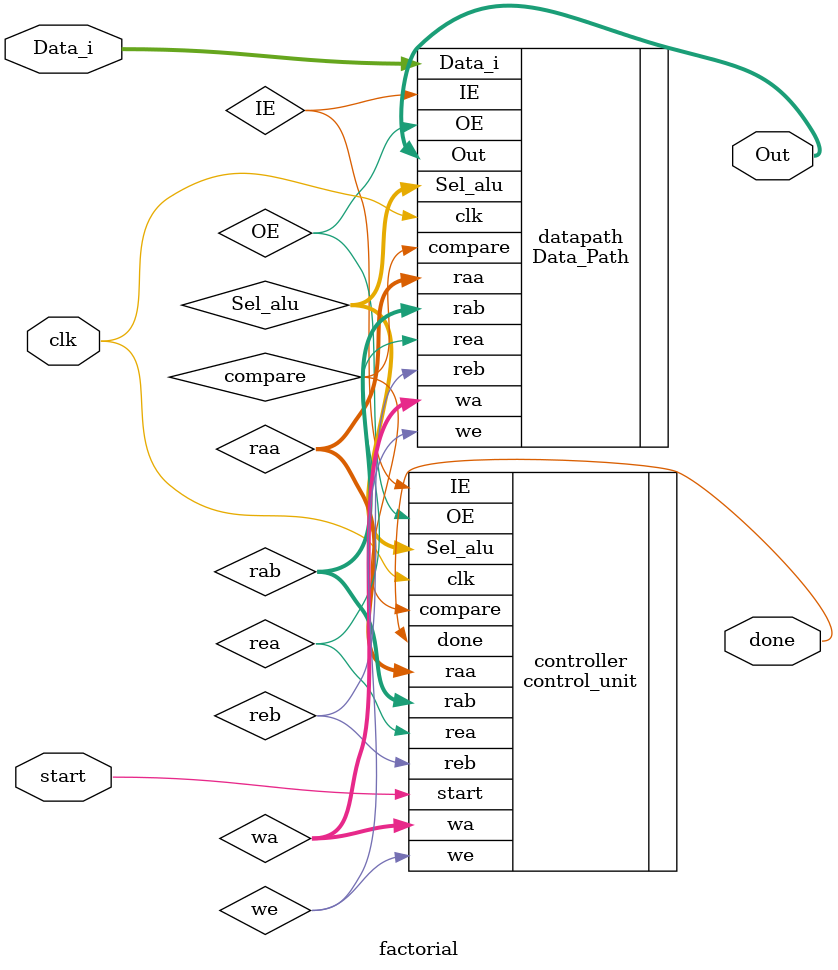
<source format=v>
module factorial (
    input  wire        clk,        // Clock signal  
    input  wire        start,      // Start calculation signal
    input  wire [7:0]  Data_i,     // Input number for factorial calculation
    output wire [7:0]  Out,        // Output factorial result
    output wire        done        // Calculation complete signal
);
    // Internal control signals
    wire   IE, OE, we, rea, reb, compare;
    wire [1:0]  wa;                // Write address for RegisterFile
    wire [1:0]  raa;               // Read address A for RegisterFile
    wire [1:0]  rab;               // Read address B for RegisterFile
    wire [2:0]  Sel_alu;           // ALU operation select

    // Instantiate datapath (top_module)
    Data_Path datapath (
        .clk(clk),                 // Clock input
        .Data_i(Data_i),           // Input data
        .IE(IE),                   // MUX control
        .we(we),                   // Write enable
        .wa(wa),                   // Write address
        .rea(rea),                 // Read enable A
        .reb(reb),                 // Read enable B
        .raa(raa),                 // Read address A
        .rab(rab),                 // Read address B
        .Sel_alu(Sel_alu),         // ALU operation select
        .Out(Out),                 // Output result
		  .OE(OE),
        .compare(compare)          // Compare signal
    );

    // Instantiate control unit
    control_unit controller (
        .clk(clk),                 // Clock input
        .start(start),             // Start signal
        .compare(compare),         // Compare input from datapath
        .IE(IE),                   // MUX control output
        .we(we),                   // Write enable output
        .wa(wa),                   // Write address output
        .rea(rea),                 // Read enable A output
        .reb(reb),                 // Read enable B output
        .raa(raa),                 // Read address A output
        .rab(rab),                 // Read address B output
        .Sel_alu(Sel_alu),         // ALU operation select output
		  .OE(OE),
        .done(done)                // Done signal output
    );

endmodule
</source>
